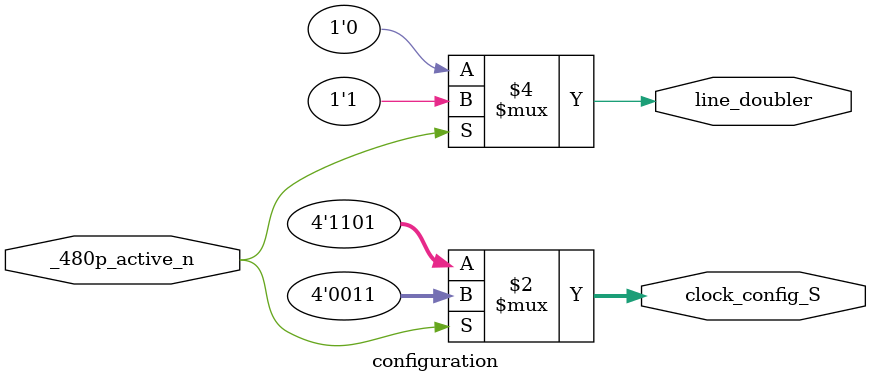
<source format=v>
module configuration(
	input _480p_active_n,
	
	output line_doubler,
	output [3:0] clock_config_S
);


	assign clock_config_S = (!_480p_active_n ? 4'b1101 : 4'b0011);
	assign line_doubler = (!_480p_active_n ? 1'b0 : 1'b1);

endmodule
</source>
